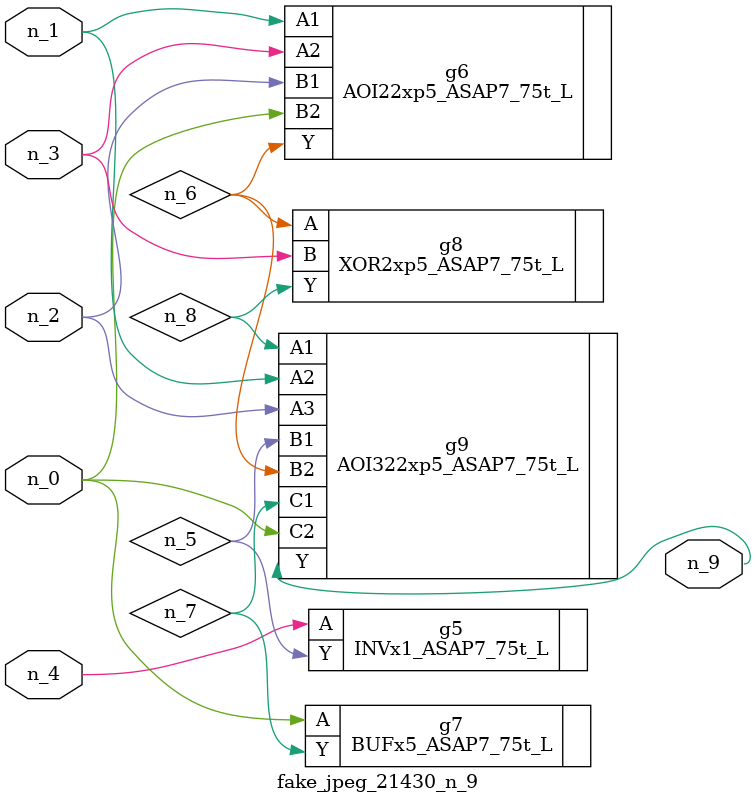
<source format=v>
module fake_jpeg_21430_n_9 (n_3, n_2, n_1, n_0, n_4, n_9);

input n_3;
input n_2;
input n_1;
input n_0;
input n_4;

output n_9;

wire n_8;
wire n_6;
wire n_5;
wire n_7;

INVx1_ASAP7_75t_L g5 ( 
.A(n_4),
.Y(n_5)
);

AOI22xp5_ASAP7_75t_L g6 ( 
.A1(n_1),
.A2(n_3),
.B1(n_2),
.B2(n_0),
.Y(n_6)
);

BUFx5_ASAP7_75t_L g7 ( 
.A(n_0),
.Y(n_7)
);

XOR2xp5_ASAP7_75t_L g8 ( 
.A(n_6),
.B(n_3),
.Y(n_8)
);

AOI322xp5_ASAP7_75t_L g9 ( 
.A1(n_8),
.A2(n_1),
.A3(n_2),
.B1(n_5),
.B2(n_6),
.C1(n_7),
.C2(n_0),
.Y(n_9)
);


endmodule
</source>
